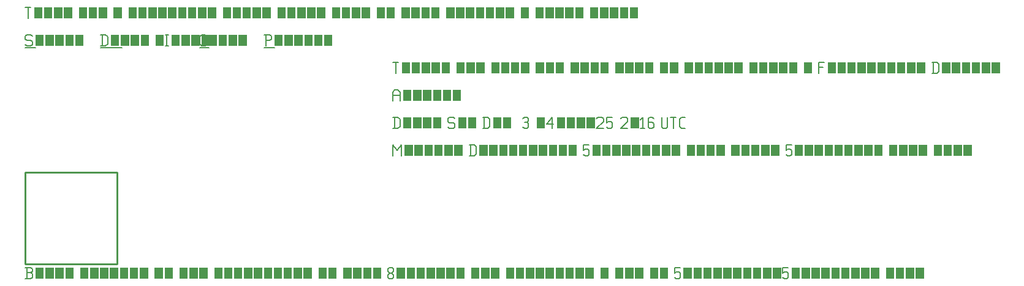
<source format=gbr>
G04 start of page 5 for group -3984 idx -3984 *
G04 Title: one line per each type of copper layer, fab *
G04 Creator: pcb-rnd 1.1.3 *
G04 CreationDate: Sat Dec  3 04:00:25 2016 UTC *
G04 For:  *
G04 Format: Gerber/RS-274X *
G04 PCB-Dimensions: 50000 50000 *
G04 PCB-Coordinate-Origin: lower left *
%MOIN*%
%FSLAX25Y25*%
%LNFAB*%
%ADD16C,0.0100*%
%ADD15C,0.0001*%
%ADD14C,0.0060*%
G54D14*X3000Y125000D02*X3750Y124250D01*
X750Y125000D02*X3000D01*
X0Y124250D02*X750Y125000D01*
X0Y124250D02*Y122750D01*
X750Y122000D01*
X3000D01*
X3750Y121250D01*
Y119750D01*
X3000Y119000D02*X3750Y119750D01*
X750Y119000D02*X3000D01*
X0Y119750D02*X750Y119000D01*
G54D15*G36*
X5550Y125000D02*Y119000D01*
X10050D01*
Y125000D01*
X5550D01*
G37*
G36*
X10950D02*Y119000D01*
X15450D01*
Y125000D01*
X10950D01*
G37*
G36*
X16350D02*Y119000D01*
X20850D01*
Y125000D01*
X16350D01*
G37*
G36*
X21750D02*Y119000D01*
X26250D01*
Y125000D01*
X21750D01*
G37*
G36*
X27150D02*Y119000D01*
X31650D01*
Y125000D01*
X27150D01*
G37*
G54D14*X0Y118000D02*X5550D01*
X41750Y125000D02*Y119000D01*
X43700Y125000D02*X44750Y123950D01*
Y120050D01*
X43700Y119000D02*X44750Y120050D01*
X41000Y119000D02*X43700D01*
X41000Y125000D02*X43700D01*
G54D15*G36*
X46550D02*Y119000D01*
X51050D01*
Y125000D01*
X46550D01*
G37*
G36*
X51950D02*Y119000D01*
X56450D01*
Y125000D01*
X51950D01*
G37*
G36*
X57350D02*Y119000D01*
X61850D01*
Y125000D01*
X57350D01*
G37*
G36*
X62750D02*Y119000D01*
X67250D01*
Y125000D01*
X62750D01*
G37*
G36*
X70850D02*Y119000D01*
X75350D01*
Y125000D01*
X70850D01*
G37*
G54D14*X76250D02*X77750D01*
X77000D02*Y119000D01*
X76250D02*X77750D01*
G54D15*G36*
X79550Y125000D02*Y119000D01*
X84050D01*
Y125000D01*
X79550D01*
G37*
G36*
X84950D02*Y119000D01*
X89450D01*
Y125000D01*
X84950D01*
G37*
G36*
X90350D02*Y119000D01*
X94850D01*
Y125000D01*
X90350D01*
G37*
G36*
X95750D02*Y119000D01*
X100250D01*
Y125000D01*
X95750D01*
G37*
G54D14*X41000Y118000D02*X52550D01*
X96050Y119000D02*X98000D01*
X95000Y120050D02*X96050Y119000D01*
X95000Y123950D02*Y120050D01*
Y123950D02*X96050Y125000D01*
X98000D01*
G54D15*G36*
X99800D02*Y119000D01*
X104300D01*
Y125000D01*
X99800D01*
G37*
G36*
X105200D02*Y119000D01*
X109700D01*
Y125000D01*
X105200D01*
G37*
G36*
X110600D02*Y119000D01*
X115100D01*
Y125000D01*
X110600D01*
G37*
G36*
X116000D02*Y119000D01*
X120500D01*
Y125000D01*
X116000D01*
G37*
G54D14*X95000Y118000D02*X99800D01*
X130750Y125000D02*Y119000D01*
X130000Y125000D02*X133000D01*
X133750Y124250D01*
Y122750D01*
X133000Y122000D02*X133750Y122750D01*
X130750Y122000D02*X133000D01*
G54D15*G36*
X135550Y125000D02*Y119000D01*
X140050D01*
Y125000D01*
X135550D01*
G37*
G36*
X140950D02*Y119000D01*
X145450D01*
Y125000D01*
X140950D01*
G37*
G36*
X146350D02*Y119000D01*
X150850D01*
Y125000D01*
X146350D01*
G37*
G36*
X151750D02*Y119000D01*
X156250D01*
Y125000D01*
X151750D01*
G37*
G36*
X157150D02*Y119000D01*
X161650D01*
Y125000D01*
X157150D01*
G37*
G36*
X162550D02*Y119000D01*
X167050D01*
Y125000D01*
X162550D01*
G37*
G54D14*X130000Y118000D02*X135550D01*
X0Y140000D02*X3000D01*
X1500D02*Y134000D01*
G54D15*G36*
X4800Y140000D02*Y134000D01*
X9300D01*
Y140000D01*
X4800D01*
G37*
G36*
X10200D02*Y134000D01*
X14700D01*
Y140000D01*
X10200D01*
G37*
G36*
X15600D02*Y134000D01*
X20100D01*
Y140000D01*
X15600D01*
G37*
G36*
X21000D02*Y134000D01*
X25500D01*
Y140000D01*
X21000D01*
G37*
G36*
X29100D02*Y134000D01*
X33600D01*
Y140000D01*
X29100D01*
G37*
G36*
X34500D02*Y134000D01*
X39000D01*
Y140000D01*
X34500D01*
G37*
G36*
X39900D02*Y134000D01*
X44400D01*
Y140000D01*
X39900D01*
G37*
G36*
X48000D02*Y134000D01*
X52500D01*
Y140000D01*
X48000D01*
G37*
G36*
X56100D02*Y134000D01*
X60600D01*
Y140000D01*
X56100D01*
G37*
G36*
X61500D02*Y134000D01*
X66000D01*
Y140000D01*
X61500D01*
G37*
G36*
X66900D02*Y134000D01*
X71400D01*
Y140000D01*
X66900D01*
G37*
G36*
X72300D02*Y134000D01*
X76800D01*
Y140000D01*
X72300D01*
G37*
G36*
X77700D02*Y134000D01*
X82200D01*
Y140000D01*
X77700D01*
G37*
G36*
X83100D02*Y134000D01*
X87600D01*
Y140000D01*
X83100D01*
G37*
G36*
X88500D02*Y134000D01*
X93000D01*
Y140000D01*
X88500D01*
G37*
G36*
X93900D02*Y134000D01*
X98400D01*
Y140000D01*
X93900D01*
G37*
G36*
X99300D02*Y134000D01*
X103800D01*
Y140000D01*
X99300D01*
G37*
G36*
X107400D02*Y134000D01*
X111900D01*
Y140000D01*
X107400D01*
G37*
G36*
X112800D02*Y134000D01*
X117300D01*
Y140000D01*
X112800D01*
G37*
G36*
X118200D02*Y134000D01*
X122700D01*
Y140000D01*
X118200D01*
G37*
G36*
X123600D02*Y134000D01*
X128100D01*
Y140000D01*
X123600D01*
G37*
G36*
X129000D02*Y134000D01*
X133500D01*
Y140000D01*
X129000D01*
G37*
G36*
X137100D02*Y134000D01*
X141600D01*
Y140000D01*
X137100D01*
G37*
G36*
X142500D02*Y134000D01*
X147000D01*
Y140000D01*
X142500D01*
G37*
G36*
X147900D02*Y134000D01*
X152400D01*
Y140000D01*
X147900D01*
G37*
G36*
X153300D02*Y134000D01*
X157800D01*
Y140000D01*
X153300D01*
G37*
G36*
X158700D02*Y134000D01*
X163200D01*
Y140000D01*
X158700D01*
G37*
G36*
X166800D02*Y134000D01*
X171300D01*
Y140000D01*
X166800D01*
G37*
G36*
X172200D02*Y134000D01*
X176700D01*
Y140000D01*
X172200D01*
G37*
G36*
X177600D02*Y134000D01*
X182100D01*
Y140000D01*
X177600D01*
G37*
G36*
X183000D02*Y134000D01*
X187500D01*
Y140000D01*
X183000D01*
G37*
G36*
X191100D02*Y134000D01*
X195600D01*
Y140000D01*
X191100D01*
G37*
G36*
X196500D02*Y134000D01*
X201000D01*
Y140000D01*
X196500D01*
G37*
G36*
X204600D02*Y134000D01*
X209100D01*
Y140000D01*
X204600D01*
G37*
G36*
X210000D02*Y134000D01*
X214500D01*
Y140000D01*
X210000D01*
G37*
G36*
X215400D02*Y134000D01*
X219900D01*
Y140000D01*
X215400D01*
G37*
G36*
X220800D02*Y134000D01*
X225300D01*
Y140000D01*
X220800D01*
G37*
G36*
X228900D02*Y134000D01*
X233400D01*
Y140000D01*
X228900D01*
G37*
G36*
X234300D02*Y134000D01*
X238800D01*
Y140000D01*
X234300D01*
G37*
G36*
X239700D02*Y134000D01*
X244200D01*
Y140000D01*
X239700D01*
G37*
G36*
X245100D02*Y134000D01*
X249600D01*
Y140000D01*
X245100D01*
G37*
G36*
X250500D02*Y134000D01*
X255000D01*
Y140000D01*
X250500D01*
G37*
G36*
X255900D02*Y134000D01*
X260400D01*
Y140000D01*
X255900D01*
G37*
G36*
X261300D02*Y134000D01*
X265800D01*
Y140000D01*
X261300D01*
G37*
G36*
X269400D02*Y134000D01*
X273900D01*
Y140000D01*
X269400D01*
G37*
G36*
X277500D02*Y134000D01*
X282000D01*
Y140000D01*
X277500D01*
G37*
G36*
X282900D02*Y134000D01*
X287400D01*
Y140000D01*
X282900D01*
G37*
G36*
X288300D02*Y134000D01*
X292800D01*
Y140000D01*
X288300D01*
G37*
G36*
X293700D02*Y134000D01*
X298200D01*
Y140000D01*
X293700D01*
G37*
G36*
X299100D02*Y134000D01*
X303600D01*
Y140000D01*
X299100D01*
G37*
G36*
X307200D02*Y134000D01*
X311700D01*
Y140000D01*
X307200D01*
G37*
G36*
X312600D02*Y134000D01*
X317100D01*
Y140000D01*
X312600D01*
G37*
G36*
X318000D02*Y134000D01*
X322500D01*
Y140000D01*
X318000D01*
G37*
G36*
X323400D02*Y134000D01*
X327900D01*
Y140000D01*
X323400D01*
G37*
G36*
X328800D02*Y134000D01*
X333300D01*
Y140000D01*
X328800D01*
G37*
G54D16*X0Y50000D02*X50000D01*
X0D02*Y0D01*
X50000Y50000D02*Y0D01*
X0D02*X50000D01*
G54D14*X200000Y65000D02*Y59000D01*
Y65000D02*X202250Y62000D01*
X204500Y65000D01*
Y59000D01*
G54D15*G36*
X206300Y65000D02*Y59000D01*
X210800D01*
Y65000D01*
X206300D01*
G37*
G36*
X211700D02*Y59000D01*
X216200D01*
Y65000D01*
X211700D01*
G37*
G36*
X217100D02*Y59000D01*
X221600D01*
Y65000D01*
X217100D01*
G37*
G36*
X222500D02*Y59000D01*
X227000D01*
Y65000D01*
X222500D01*
G37*
G36*
X227900D02*Y59000D01*
X232400D01*
Y65000D01*
X227900D01*
G37*
G36*
X233300D02*Y59000D01*
X237800D01*
Y65000D01*
X233300D01*
G37*
G54D14*X242150D02*Y59000D01*
X244100Y65000D02*X245150Y63950D01*
Y60050D01*
X244100Y59000D02*X245150Y60050D01*
X241400Y59000D02*X244100D01*
X241400Y65000D02*X244100D01*
G54D15*G36*
X246950D02*Y59000D01*
X251450D01*
Y65000D01*
X246950D01*
G37*
G36*
X252350D02*Y59000D01*
X256850D01*
Y65000D01*
X252350D01*
G37*
G36*
X257750D02*Y59000D01*
X262250D01*
Y65000D01*
X257750D01*
G37*
G36*
X263150D02*Y59000D01*
X267650D01*
Y65000D01*
X263150D01*
G37*
G36*
X268550D02*Y59000D01*
X273050D01*
Y65000D01*
X268550D01*
G37*
G36*
X273950D02*Y59000D01*
X278450D01*
Y65000D01*
X273950D01*
G37*
G36*
X279350D02*Y59000D01*
X283850D01*
Y65000D01*
X279350D01*
G37*
G36*
X284750D02*Y59000D01*
X289250D01*
Y65000D01*
X284750D01*
G37*
G36*
X290150D02*Y59000D01*
X294650D01*
Y65000D01*
X290150D01*
G37*
G36*
X295550D02*Y59000D01*
X300050D01*
Y65000D01*
X295550D01*
G37*
G54D14*X303650D02*X306650D01*
X303650D02*Y62000D01*
X304400Y62750D01*
X305900D01*
X306650Y62000D01*
Y59750D01*
X305900Y59000D02*X306650Y59750D01*
X304400Y59000D02*X305900D01*
X303650Y59750D02*X304400Y59000D01*
G54D15*G36*
X308450Y65000D02*Y59000D01*
X312950D01*
Y65000D01*
X308450D01*
G37*
G36*
X313850D02*Y59000D01*
X318350D01*
Y65000D01*
X313850D01*
G37*
G36*
X319250D02*Y59000D01*
X323750D01*
Y65000D01*
X319250D01*
G37*
G36*
X324650D02*Y59000D01*
X329150D01*
Y65000D01*
X324650D01*
G37*
G36*
X330050D02*Y59000D01*
X334550D01*
Y65000D01*
X330050D01*
G37*
G36*
X335450D02*Y59000D01*
X339950D01*
Y65000D01*
X335450D01*
G37*
G36*
X340850D02*Y59000D01*
X345350D01*
Y65000D01*
X340850D01*
G37*
G36*
X346250D02*Y59000D01*
X350750D01*
Y65000D01*
X346250D01*
G37*
G36*
X351650D02*Y59000D01*
X356150D01*
Y65000D01*
X351650D01*
G37*
G36*
X359750D02*Y59000D01*
X364250D01*
Y65000D01*
X359750D01*
G37*
G36*
X365150D02*Y59000D01*
X369650D01*
Y65000D01*
X365150D01*
G37*
G36*
X370550D02*Y59000D01*
X375050D01*
Y65000D01*
X370550D01*
G37*
G36*
X375950D02*Y59000D01*
X380450D01*
Y65000D01*
X375950D01*
G37*
G36*
X384050D02*Y59000D01*
X388550D01*
Y65000D01*
X384050D01*
G37*
G36*
X389450D02*Y59000D01*
X393950D01*
Y65000D01*
X389450D01*
G37*
G36*
X394850D02*Y59000D01*
X399350D01*
Y65000D01*
X394850D01*
G37*
G36*
X400250D02*Y59000D01*
X404750D01*
Y65000D01*
X400250D01*
G37*
G36*
X405650D02*Y59000D01*
X410150D01*
Y65000D01*
X405650D01*
G37*
G54D14*X413750D02*X416750D01*
X413750D02*Y62000D01*
X414500Y62750D01*
X416000D01*
X416750Y62000D01*
Y59750D01*
X416000Y59000D02*X416750Y59750D01*
X414500Y59000D02*X416000D01*
X413750Y59750D02*X414500Y59000D01*
G54D15*G36*
X418550Y65000D02*Y59000D01*
X423050D01*
Y65000D01*
X418550D01*
G37*
G36*
X423950D02*Y59000D01*
X428450D01*
Y65000D01*
X423950D01*
G37*
G36*
X429350D02*Y59000D01*
X433850D01*
Y65000D01*
X429350D01*
G37*
G36*
X434750D02*Y59000D01*
X439250D01*
Y65000D01*
X434750D01*
G37*
G36*
X440150D02*Y59000D01*
X444650D01*
Y65000D01*
X440150D01*
G37*
G36*
X445550D02*Y59000D01*
X450050D01*
Y65000D01*
X445550D01*
G37*
G36*
X450950D02*Y59000D01*
X455450D01*
Y65000D01*
X450950D01*
G37*
G36*
X456350D02*Y59000D01*
X460850D01*
Y65000D01*
X456350D01*
G37*
G36*
X461750D02*Y59000D01*
X466250D01*
Y65000D01*
X461750D01*
G37*
G36*
X469850D02*Y59000D01*
X474350D01*
Y65000D01*
X469850D01*
G37*
G36*
X475250D02*Y59000D01*
X479750D01*
Y65000D01*
X475250D01*
G37*
G36*
X480650D02*Y59000D01*
X485150D01*
Y65000D01*
X480650D01*
G37*
G36*
X486050D02*Y59000D01*
X490550D01*
Y65000D01*
X486050D01*
G37*
G36*
X494150D02*Y59000D01*
X498650D01*
Y65000D01*
X494150D01*
G37*
G36*
X499550D02*Y59000D01*
X504050D01*
Y65000D01*
X499550D01*
G37*
G36*
X504950D02*Y59000D01*
X509450D01*
Y65000D01*
X504950D01*
G37*
G36*
X510350D02*Y59000D01*
X514850D01*
Y65000D01*
X510350D01*
G37*
G54D14*X0Y-8000D02*X3000D01*
X3750Y-7250D01*
Y-5450D02*Y-7250D01*
X3000Y-4700D02*X3750Y-5450D01*
X750Y-4700D02*X3000D01*
X750Y-2000D02*Y-8000D01*
X0Y-2000D02*X3000D01*
X3750Y-2750D01*
Y-3950D01*
X3000Y-4700D02*X3750Y-3950D01*
G54D15*G36*
X5550Y-2000D02*Y-8000D01*
X10050D01*
Y-2000D01*
X5550D01*
G37*
G36*
X10950D02*Y-8000D01*
X15450D01*
Y-2000D01*
X10950D01*
G37*
G36*
X16350D02*Y-8000D01*
X20850D01*
Y-2000D01*
X16350D01*
G37*
G36*
X21750D02*Y-8000D01*
X26250D01*
Y-2000D01*
X21750D01*
G37*
G36*
X29850D02*Y-8000D01*
X34350D01*
Y-2000D01*
X29850D01*
G37*
G36*
X35250D02*Y-8000D01*
X39750D01*
Y-2000D01*
X35250D01*
G37*
G36*
X40650D02*Y-8000D01*
X45150D01*
Y-2000D01*
X40650D01*
G37*
G36*
X46050D02*Y-8000D01*
X50550D01*
Y-2000D01*
X46050D01*
G37*
G36*
X51450D02*Y-8000D01*
X55950D01*
Y-2000D01*
X51450D01*
G37*
G36*
X56850D02*Y-8000D01*
X61350D01*
Y-2000D01*
X56850D01*
G37*
G36*
X62250D02*Y-8000D01*
X66750D01*
Y-2000D01*
X62250D01*
G37*
G36*
X70350D02*Y-8000D01*
X74850D01*
Y-2000D01*
X70350D01*
G37*
G36*
X75750D02*Y-8000D01*
X80250D01*
Y-2000D01*
X75750D01*
G37*
G36*
X83850D02*Y-8000D01*
X88350D01*
Y-2000D01*
X83850D01*
G37*
G36*
X89250D02*Y-8000D01*
X93750D01*
Y-2000D01*
X89250D01*
G37*
G36*
X94650D02*Y-8000D01*
X99150D01*
Y-2000D01*
X94650D01*
G37*
G36*
X102750D02*Y-8000D01*
X107250D01*
Y-2000D01*
X102750D01*
G37*
G36*
X108150D02*Y-8000D01*
X112650D01*
Y-2000D01*
X108150D01*
G37*
G36*
X113550D02*Y-8000D01*
X118050D01*
Y-2000D01*
X113550D01*
G37*
G36*
X118950D02*Y-8000D01*
X123450D01*
Y-2000D01*
X118950D01*
G37*
G36*
X124350D02*Y-8000D01*
X128850D01*
Y-2000D01*
X124350D01*
G37*
G36*
X129750D02*Y-8000D01*
X134250D01*
Y-2000D01*
X129750D01*
G37*
G36*
X135150D02*Y-8000D01*
X139650D01*
Y-2000D01*
X135150D01*
G37*
G36*
X140550D02*Y-8000D01*
X145050D01*
Y-2000D01*
X140550D01*
G37*
G36*
X145950D02*Y-8000D01*
X150450D01*
Y-2000D01*
X145950D01*
G37*
G36*
X151350D02*Y-8000D01*
X155850D01*
Y-2000D01*
X151350D01*
G37*
G36*
X159450D02*Y-8000D01*
X163950D01*
Y-2000D01*
X159450D01*
G37*
G36*
X164850D02*Y-8000D01*
X169350D01*
Y-2000D01*
X164850D01*
G37*
G36*
X172950D02*Y-8000D01*
X177450D01*
Y-2000D01*
X172950D01*
G37*
G36*
X178350D02*Y-8000D01*
X182850D01*
Y-2000D01*
X178350D01*
G37*
G36*
X183750D02*Y-8000D01*
X188250D01*
Y-2000D01*
X183750D01*
G37*
G36*
X189150D02*Y-8000D01*
X193650D01*
Y-2000D01*
X189150D01*
G37*
G54D14*X197250Y-7250D02*X198000Y-8000D01*
X197250Y-6050D02*Y-7250D01*
Y-6050D02*X198300Y-5000D01*
X199200D01*
X200250Y-6050D01*
Y-7250D01*
X199500Y-8000D02*X200250Y-7250D01*
X198000Y-8000D02*X199500D01*
X197250Y-3950D02*X198300Y-5000D01*
X197250Y-2750D02*Y-3950D01*
Y-2750D02*X198000Y-2000D01*
X199500D01*
X200250Y-2750D01*
Y-3950D01*
X199200Y-5000D02*X200250Y-3950D01*
G54D15*G36*
X202050Y-2000D02*Y-8000D01*
X206550D01*
Y-2000D01*
X202050D01*
G37*
G36*
X207450D02*Y-8000D01*
X211950D01*
Y-2000D01*
X207450D01*
G37*
G36*
X212850D02*Y-8000D01*
X217350D01*
Y-2000D01*
X212850D01*
G37*
G36*
X218250D02*Y-8000D01*
X222750D01*
Y-2000D01*
X218250D01*
G37*
G36*
X223650D02*Y-8000D01*
X228150D01*
Y-2000D01*
X223650D01*
G37*
G36*
X229050D02*Y-8000D01*
X233550D01*
Y-2000D01*
X229050D01*
G37*
G36*
X234450D02*Y-8000D01*
X238950D01*
Y-2000D01*
X234450D01*
G37*
G36*
X242550D02*Y-8000D01*
X247050D01*
Y-2000D01*
X242550D01*
G37*
G36*
X247950D02*Y-8000D01*
X252450D01*
Y-2000D01*
X247950D01*
G37*
G36*
X253350D02*Y-8000D01*
X257850D01*
Y-2000D01*
X253350D01*
G37*
G36*
X261450D02*Y-8000D01*
X265950D01*
Y-2000D01*
X261450D01*
G37*
G36*
X266850D02*Y-8000D01*
X271350D01*
Y-2000D01*
X266850D01*
G37*
G36*
X272250D02*Y-8000D01*
X276750D01*
Y-2000D01*
X272250D01*
G37*
G36*
X277650D02*Y-8000D01*
X282150D01*
Y-2000D01*
X277650D01*
G37*
G36*
X283050D02*Y-8000D01*
X287550D01*
Y-2000D01*
X283050D01*
G37*
G36*
X288450D02*Y-8000D01*
X292950D01*
Y-2000D01*
X288450D01*
G37*
G36*
X293850D02*Y-8000D01*
X298350D01*
Y-2000D01*
X293850D01*
G37*
G36*
X299250D02*Y-8000D01*
X303750D01*
Y-2000D01*
X299250D01*
G37*
G36*
X304650D02*Y-8000D01*
X309150D01*
Y-2000D01*
X304650D01*
G37*
G36*
X312750D02*Y-8000D01*
X317250D01*
Y-2000D01*
X312750D01*
G37*
G36*
X320850D02*Y-8000D01*
X325350D01*
Y-2000D01*
X320850D01*
G37*
G36*
X326250D02*Y-8000D01*
X330750D01*
Y-2000D01*
X326250D01*
G37*
G36*
X331650D02*Y-8000D01*
X336150D01*
Y-2000D01*
X331650D01*
G37*
G36*
X339750D02*Y-8000D01*
X344250D01*
Y-2000D01*
X339750D01*
G37*
G36*
X345150D02*Y-8000D01*
X349650D01*
Y-2000D01*
X345150D01*
G37*
G54D14*X353250D02*X356250D01*
X353250D02*Y-5000D01*
X354000Y-4250D01*
X355500D01*
X356250Y-5000D01*
Y-7250D01*
X355500Y-8000D02*X356250Y-7250D01*
X354000Y-8000D02*X355500D01*
X353250Y-7250D02*X354000Y-8000D01*
G54D15*G36*
X358050Y-2000D02*Y-8000D01*
X362550D01*
Y-2000D01*
X358050D01*
G37*
G36*
X363450D02*Y-8000D01*
X367950D01*
Y-2000D01*
X363450D01*
G37*
G36*
X368850D02*Y-8000D01*
X373350D01*
Y-2000D01*
X368850D01*
G37*
G36*
X374250D02*Y-8000D01*
X378750D01*
Y-2000D01*
X374250D01*
G37*
G36*
X379650D02*Y-8000D01*
X384150D01*
Y-2000D01*
X379650D01*
G37*
G36*
X385050D02*Y-8000D01*
X389550D01*
Y-2000D01*
X385050D01*
G37*
G36*
X390450D02*Y-8000D01*
X394950D01*
Y-2000D01*
X390450D01*
G37*
G36*
X395850D02*Y-8000D01*
X400350D01*
Y-2000D01*
X395850D01*
G37*
G36*
X401250D02*Y-8000D01*
X405750D01*
Y-2000D01*
X401250D01*
G37*
G36*
X406650D02*Y-8000D01*
X411150D01*
Y-2000D01*
X406650D01*
G37*
G54D14*X412050D02*X415050D01*
X412050D02*Y-5000D01*
X412800Y-4250D01*
X414300D01*
X415050Y-5000D01*
Y-7250D01*
X414300Y-8000D02*X415050Y-7250D01*
X412800Y-8000D02*X414300D01*
X412050Y-7250D02*X412800Y-8000D01*
G54D15*G36*
X416850Y-2000D02*Y-8000D01*
X421350D01*
Y-2000D01*
X416850D01*
G37*
G36*
X422250D02*Y-8000D01*
X426750D01*
Y-2000D01*
X422250D01*
G37*
G36*
X427650D02*Y-8000D01*
X432150D01*
Y-2000D01*
X427650D01*
G37*
G36*
X433050D02*Y-8000D01*
X437550D01*
Y-2000D01*
X433050D01*
G37*
G36*
X438450D02*Y-8000D01*
X442950D01*
Y-2000D01*
X438450D01*
G37*
G36*
X443850D02*Y-8000D01*
X448350D01*
Y-2000D01*
X443850D01*
G37*
G36*
X449250D02*Y-8000D01*
X453750D01*
Y-2000D01*
X449250D01*
G37*
G36*
X454650D02*Y-8000D01*
X459150D01*
Y-2000D01*
X454650D01*
G37*
G36*
X460050D02*Y-8000D01*
X464550D01*
Y-2000D01*
X460050D01*
G37*
G36*
X468150D02*Y-8000D01*
X472650D01*
Y-2000D01*
X468150D01*
G37*
G36*
X473550D02*Y-8000D01*
X478050D01*
Y-2000D01*
X473550D01*
G37*
G36*
X478950D02*Y-8000D01*
X483450D01*
Y-2000D01*
X478950D01*
G37*
G36*
X484350D02*Y-8000D01*
X488850D01*
Y-2000D01*
X484350D01*
G37*
G54D14*X200750Y80000D02*Y74000D01*
X202700Y80000D02*X203750Y78950D01*
Y75050D01*
X202700Y74000D02*X203750Y75050D01*
X200000Y74000D02*X202700D01*
X200000Y80000D02*X202700D01*
G54D15*G36*
X205550D02*Y74000D01*
X210050D01*
Y80000D01*
X205550D01*
G37*
G36*
X210950D02*Y74000D01*
X215450D01*
Y80000D01*
X210950D01*
G37*
G36*
X216350D02*Y74000D01*
X220850D01*
Y80000D01*
X216350D01*
G37*
G36*
X221750D02*Y74000D01*
X226250D01*
Y80000D01*
X221750D01*
G37*
G54D14*X232850D02*X233600Y79250D01*
X230600Y80000D02*X232850D01*
X229850Y79250D02*X230600Y80000D01*
X229850Y79250D02*Y77750D01*
X230600Y77000D01*
X232850D01*
X233600Y76250D01*
Y74750D01*
X232850Y74000D02*X233600Y74750D01*
X230600Y74000D02*X232850D01*
X229850Y74750D02*X230600Y74000D01*
G54D15*G36*
X235400Y80000D02*Y74000D01*
X239900D01*
Y80000D01*
X235400D01*
G37*
G36*
X240800D02*Y74000D01*
X245300D01*
Y80000D01*
X240800D01*
G37*
G54D14*X249650D02*Y74000D01*
X251600Y80000D02*X252650Y78950D01*
Y75050D01*
X251600Y74000D02*X252650Y75050D01*
X248900Y74000D02*X251600D01*
X248900Y80000D02*X251600D01*
G54D15*G36*
X254450D02*Y74000D01*
X258950D01*
Y80000D01*
X254450D01*
G37*
G36*
X259850D02*Y74000D01*
X264350D01*
Y80000D01*
X259850D01*
G37*
G54D14*X270650Y79250D02*X271400Y80000D01*
X272900D01*
X273650Y79250D01*
X272900Y74000D02*X273650Y74750D01*
X271400Y74000D02*X272900D01*
X270650Y74750D02*X271400Y74000D01*
Y77300D02*X272900D01*
X273650Y79250D02*Y78050D01*
Y76550D02*Y74750D01*
Y76550D02*X272900Y77300D01*
X273650Y78050D02*X272900Y77300D01*
G54D15*G36*
X278150Y80000D02*Y74000D01*
X282650D01*
Y80000D01*
X278150D01*
G37*
G54D14*X283550Y76250D02*X286550Y80000D01*
X283550Y76250D02*X287300D01*
X286550Y80000D02*Y74000D01*
G54D15*G36*
X289100Y80000D02*Y74000D01*
X293600D01*
Y80000D01*
X289100D01*
G37*
G36*
X294500D02*Y74000D01*
X299000D01*
Y80000D01*
X294500D01*
G37*
G36*
X299900D02*Y74000D01*
X304400D01*
Y80000D01*
X299900D01*
G37*
G36*
X305300D02*Y74000D01*
X309800D01*
Y80000D01*
X305300D01*
G37*
G54D14*X310700Y79250D02*X311450Y80000D01*
X313700D01*
X314450Y79250D01*
Y77750D01*
X310700Y74000D02*X314450Y77750D01*
X310700Y74000D02*X314450D01*
X316250Y80000D02*X319250D01*
X316250D02*Y77000D01*
X317000Y77750D01*
X318500D01*
X319250Y77000D01*
Y74750D01*
X318500Y74000D02*X319250Y74750D01*
X317000Y74000D02*X318500D01*
X316250Y74750D02*X317000Y74000D01*
X323750Y79250D02*X324500Y80000D01*
X326750D01*
X327500Y79250D01*
Y77750D01*
X323750Y74000D02*X327500Y77750D01*
X323750Y74000D02*X327500D01*
G54D15*G36*
X329300Y80000D02*Y74000D01*
X333800D01*
Y80000D01*
X329300D01*
G37*
G54D14*X334700Y78800D02*X335900Y80000D01*
Y74000D01*
X334700D02*X336950D01*
X341000Y80000D02*X341750Y79250D01*
X339500Y80000D02*X341000D01*
X338750Y79250D02*X339500Y80000D01*
X338750Y79250D02*Y74750D01*
X339500Y74000D01*
X341000Y77300D02*X341750Y76550D01*
X338750Y77300D02*X341000D01*
X339500Y74000D02*X341000D01*
X341750Y74750D01*
Y76550D02*Y74750D01*
X346250Y80000D02*Y74750D01*
X347000Y74000D01*
X348500D01*
X349250Y74750D01*
Y80000D02*Y74750D01*
X351050Y80000D02*X354050D01*
X352550D02*Y74000D01*
X356900D02*X358850D01*
X355850Y75050D02*X356900Y74000D01*
X355850Y78950D02*Y75050D01*
Y78950D02*X356900Y80000D01*
X358850D01*
X200000Y93500D02*Y89000D01*
Y93500D02*X201050Y95000D01*
X202700D01*
X203750Y93500D01*
Y89000D01*
X200000Y92000D02*X203750D01*
G54D15*G36*
X205550Y95000D02*Y89000D01*
X210050D01*
Y95000D01*
X205550D01*
G37*
G36*
X210950D02*Y89000D01*
X215450D01*
Y95000D01*
X210950D01*
G37*
G36*
X216350D02*Y89000D01*
X220850D01*
Y95000D01*
X216350D01*
G37*
G36*
X221750D02*Y89000D01*
X226250D01*
Y95000D01*
X221750D01*
G37*
G36*
X227150D02*Y89000D01*
X231650D01*
Y95000D01*
X227150D01*
G37*
G36*
X232550D02*Y89000D01*
X237050D01*
Y95000D01*
X232550D01*
G37*
G54D14*X200000Y110000D02*X203000D01*
X201500D02*Y104000D01*
G54D15*G36*
X204800Y110000D02*Y104000D01*
X209300D01*
Y110000D01*
X204800D01*
G37*
G36*
X210200D02*Y104000D01*
X214700D01*
Y110000D01*
X210200D01*
G37*
G36*
X215600D02*Y104000D01*
X220100D01*
Y110000D01*
X215600D01*
G37*
G36*
X221000D02*Y104000D01*
X225500D01*
Y110000D01*
X221000D01*
G37*
G36*
X226400D02*Y104000D01*
X230900D01*
Y110000D01*
X226400D01*
G37*
G36*
X234500D02*Y104000D01*
X239000D01*
Y110000D01*
X234500D01*
G37*
G36*
X239900D02*Y104000D01*
X244400D01*
Y110000D01*
X239900D01*
G37*
G36*
X245300D02*Y104000D01*
X249800D01*
Y110000D01*
X245300D01*
G37*
G36*
X253400D02*Y104000D01*
X257900D01*
Y110000D01*
X253400D01*
G37*
G36*
X258800D02*Y104000D01*
X263300D01*
Y110000D01*
X258800D01*
G37*
G36*
X264200D02*Y104000D01*
X268700D01*
Y110000D01*
X264200D01*
G37*
G36*
X269600D02*Y104000D01*
X274100D01*
Y110000D01*
X269600D01*
G37*
G36*
X277700D02*Y104000D01*
X282200D01*
Y110000D01*
X277700D01*
G37*
G36*
X283100D02*Y104000D01*
X287600D01*
Y110000D01*
X283100D01*
G37*
G36*
X288500D02*Y104000D01*
X293000D01*
Y110000D01*
X288500D01*
G37*
G36*
X296600D02*Y104000D01*
X301100D01*
Y110000D01*
X296600D01*
G37*
G36*
X302000D02*Y104000D01*
X306500D01*
Y110000D01*
X302000D01*
G37*
G36*
X307400D02*Y104000D01*
X311900D01*
Y110000D01*
X307400D01*
G37*
G36*
X312800D02*Y104000D01*
X317300D01*
Y110000D01*
X312800D01*
G37*
G36*
X320900D02*Y104000D01*
X325400D01*
Y110000D01*
X320900D01*
G37*
G36*
X326300D02*Y104000D01*
X330800D01*
Y110000D01*
X326300D01*
G37*
G36*
X331700D02*Y104000D01*
X336200D01*
Y110000D01*
X331700D01*
G37*
G36*
X337100D02*Y104000D01*
X341600D01*
Y110000D01*
X337100D01*
G37*
G36*
X345200D02*Y104000D01*
X349700D01*
Y110000D01*
X345200D01*
G37*
G36*
X350600D02*Y104000D01*
X355100D01*
Y110000D01*
X350600D01*
G37*
G36*
X358700D02*Y104000D01*
X363200D01*
Y110000D01*
X358700D01*
G37*
G36*
X364100D02*Y104000D01*
X368600D01*
Y110000D01*
X364100D01*
G37*
G36*
X369500D02*Y104000D01*
X374000D01*
Y110000D01*
X369500D01*
G37*
G36*
X374900D02*Y104000D01*
X379400D01*
Y110000D01*
X374900D01*
G37*
G36*
X380300D02*Y104000D01*
X384800D01*
Y110000D01*
X380300D01*
G37*
G36*
X385700D02*Y104000D01*
X390200D01*
Y110000D01*
X385700D01*
G37*
G36*
X393800D02*Y104000D01*
X398300D01*
Y110000D01*
X393800D01*
G37*
G36*
X399200D02*Y104000D01*
X403700D01*
Y110000D01*
X399200D01*
G37*
G36*
X404600D02*Y104000D01*
X409100D01*
Y110000D01*
X404600D01*
G37*
G36*
X410000D02*Y104000D01*
X414500D01*
Y110000D01*
X410000D01*
G37*
G36*
X415400D02*Y104000D01*
X419900D01*
Y110000D01*
X415400D01*
G37*
G36*
X423500D02*Y104000D01*
X428000D01*
Y110000D01*
X423500D01*
G37*
G54D14*X431600D02*Y104000D01*
Y110000D02*X434600D01*
X431600Y107300D02*X433850D01*
G54D15*G36*
X436400Y110000D02*Y104000D01*
X440900D01*
Y110000D01*
X436400D01*
G37*
G36*
X441800D02*Y104000D01*
X446300D01*
Y110000D01*
X441800D01*
G37*
G36*
X447200D02*Y104000D01*
X451700D01*
Y110000D01*
X447200D01*
G37*
G36*
X452600D02*Y104000D01*
X457100D01*
Y110000D01*
X452600D01*
G37*
G36*
X458000D02*Y104000D01*
X462500D01*
Y110000D01*
X458000D01*
G37*
G36*
X463400D02*Y104000D01*
X467900D01*
Y110000D01*
X463400D01*
G37*
G36*
X468800D02*Y104000D01*
X473300D01*
Y110000D01*
X468800D01*
G37*
G36*
X474200D02*Y104000D01*
X478700D01*
Y110000D01*
X474200D01*
G37*
G36*
X479600D02*Y104000D01*
X484100D01*
Y110000D01*
X479600D01*
G37*
G36*
X485000D02*Y104000D01*
X489500D01*
Y110000D01*
X485000D01*
G37*
G54D14*X493850D02*Y104000D01*
X495800Y110000D02*X496850Y108950D01*
Y105050D01*
X495800Y104000D02*X496850Y105050D01*
X493100Y104000D02*X495800D01*
X493100Y110000D02*X495800D01*
G54D15*G36*
X498650D02*Y104000D01*
X503150D01*
Y110000D01*
X498650D01*
G37*
G36*
X504050D02*Y104000D01*
X508550D01*
Y110000D01*
X504050D01*
G37*
G36*
X509450D02*Y104000D01*
X513950D01*
Y110000D01*
X509450D01*
G37*
G36*
X514850D02*Y104000D01*
X519350D01*
Y110000D01*
X514850D01*
G37*
G36*
X520250D02*Y104000D01*
X524750D01*
Y110000D01*
X520250D01*
G37*
G36*
X525650D02*Y104000D01*
X530150D01*
Y110000D01*
X525650D01*
G37*
M02*

</source>
